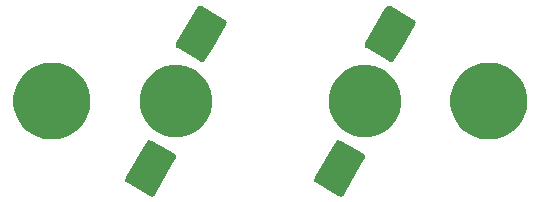
<source format=gts>
G04 #@! TF.GenerationSoftware,KiCad,Pcbnew,(5.1.4)-1*
G04 #@! TF.CreationDate,2020-09-24T22:44:40-04:00*
G04 #@! TF.ProjectId,Headlight Right,48656164-6c69-4676-9874-205269676874,rev?*
G04 #@! TF.SameCoordinates,Original*
G04 #@! TF.FileFunction,Soldermask,Top*
G04 #@! TF.FilePolarity,Negative*
%FSLAX46Y46*%
G04 Gerber Fmt 4.6, Leading zero omitted, Abs format (unit mm)*
G04 Created by KiCad (PCBNEW (5.1.4)-1) date 2020-09-24 22:44:40*
%MOMM*%
%LPD*%
G04 APERTURE LIST*
%ADD10C,0.100000*%
G04 APERTURE END LIST*
D10*
G36*
X124286959Y-103305954D02*
G01*
X124337012Y-103317625D01*
X124389439Y-103341380D01*
X124465305Y-103385181D01*
X124465311Y-103385184D01*
X125801679Y-104156737D01*
X126393612Y-104498489D01*
X126440398Y-104532015D01*
X126475530Y-104569525D01*
X126502665Y-104613163D01*
X126520767Y-104661259D01*
X126529138Y-104711960D01*
X126527457Y-104763320D01*
X126515787Y-104813371D01*
X126492027Y-104865807D01*
X126448229Y-104941667D01*
X126448227Y-104941672D01*
X125340513Y-106860289D01*
X124709926Y-107952498D01*
X124676395Y-107999292D01*
X124638886Y-108034423D01*
X124595248Y-108061558D01*
X124547152Y-108079660D01*
X124496451Y-108088031D01*
X124445091Y-108086350D01*
X124395038Y-108074679D01*
X124342611Y-108050924D01*
X124266745Y-108007123D01*
X124266739Y-108007120D01*
X122414311Y-106937620D01*
X122338438Y-106893815D01*
X122291652Y-106860289D01*
X122256520Y-106822779D01*
X122229385Y-106779141D01*
X122211283Y-106731045D01*
X122202912Y-106680344D01*
X122204593Y-106628984D01*
X122216263Y-106578933D01*
X122240023Y-106526497D01*
X122283821Y-106450637D01*
X122283823Y-106450632D01*
X123978323Y-103515672D01*
X124022124Y-103439806D01*
X124055655Y-103393012D01*
X124093164Y-103357881D01*
X124136802Y-103330746D01*
X124184898Y-103312644D01*
X124235599Y-103304273D01*
X124286959Y-103305954D01*
X124286959Y-103305954D01*
G37*
G36*
X108286959Y-103305954D02*
G01*
X108337012Y-103317625D01*
X108389439Y-103341380D01*
X108465305Y-103385181D01*
X108465311Y-103385184D01*
X109801679Y-104156737D01*
X110393612Y-104498489D01*
X110440398Y-104532015D01*
X110475530Y-104569525D01*
X110502665Y-104613163D01*
X110520767Y-104661259D01*
X110529138Y-104711960D01*
X110527457Y-104763320D01*
X110515787Y-104813371D01*
X110492027Y-104865807D01*
X110448229Y-104941667D01*
X110448227Y-104941672D01*
X109340513Y-106860289D01*
X108709926Y-107952498D01*
X108676395Y-107999292D01*
X108638886Y-108034423D01*
X108595248Y-108061558D01*
X108547152Y-108079660D01*
X108496451Y-108088031D01*
X108445091Y-108086350D01*
X108395038Y-108074679D01*
X108342611Y-108050924D01*
X108266745Y-108007123D01*
X108266739Y-108007120D01*
X106414311Y-106937620D01*
X106338438Y-106893815D01*
X106291652Y-106860289D01*
X106256520Y-106822779D01*
X106229385Y-106779141D01*
X106211283Y-106731045D01*
X106202912Y-106680344D01*
X106204593Y-106628984D01*
X106216263Y-106578933D01*
X106240023Y-106526497D01*
X106283821Y-106450637D01*
X106283823Y-106450632D01*
X107978323Y-103515672D01*
X108022124Y-103439806D01*
X108055655Y-103393012D01*
X108093164Y-103357881D01*
X108136802Y-103330746D01*
X108184898Y-103312644D01*
X108235599Y-103304273D01*
X108286959Y-103305954D01*
X108286959Y-103305954D01*
G37*
G36*
X137634239Y-96811467D02*
G01*
X137948282Y-96873934D01*
X138539926Y-97119001D01*
X139072392Y-97474784D01*
X139525216Y-97927608D01*
X139880999Y-98460074D01*
X140126066Y-99051718D01*
X140126066Y-99051719D01*
X140251000Y-99679803D01*
X140251000Y-100320197D01*
X140188533Y-100634239D01*
X140126066Y-100948282D01*
X139880999Y-101539926D01*
X139525216Y-102072392D01*
X139072392Y-102525216D01*
X138539926Y-102880999D01*
X137948282Y-103126066D01*
X137634239Y-103188533D01*
X137320197Y-103251000D01*
X136679803Y-103251000D01*
X136365761Y-103188533D01*
X136051718Y-103126066D01*
X135460074Y-102880999D01*
X134927608Y-102525216D01*
X134474784Y-102072392D01*
X134119001Y-101539926D01*
X133873934Y-100948282D01*
X133811467Y-100634239D01*
X133749000Y-100320197D01*
X133749000Y-99679803D01*
X133873934Y-99051719D01*
X133873934Y-99051718D01*
X134119001Y-98460074D01*
X134474784Y-97927608D01*
X134927608Y-97474784D01*
X135460074Y-97119001D01*
X136051718Y-96873934D01*
X136365761Y-96811467D01*
X136679803Y-96749000D01*
X137320197Y-96749000D01*
X137634239Y-96811467D01*
X137634239Y-96811467D01*
G37*
G36*
X100634239Y-96811467D02*
G01*
X100948282Y-96873934D01*
X101539926Y-97119001D01*
X102072392Y-97474784D01*
X102525216Y-97927608D01*
X102880999Y-98460074D01*
X103126066Y-99051718D01*
X103126066Y-99051719D01*
X103251000Y-99679803D01*
X103251000Y-100320197D01*
X103188533Y-100634239D01*
X103126066Y-100948282D01*
X102880999Y-101539926D01*
X102525216Y-102072392D01*
X102072392Y-102525216D01*
X101539926Y-102880999D01*
X100948282Y-103126066D01*
X100634239Y-103188533D01*
X100320197Y-103251000D01*
X99679803Y-103251000D01*
X99365761Y-103188533D01*
X99051718Y-103126066D01*
X98460074Y-102880999D01*
X97927608Y-102525216D01*
X97474784Y-102072392D01*
X97119001Y-101539926D01*
X96873934Y-100948282D01*
X96811467Y-100634239D01*
X96749000Y-100320197D01*
X96749000Y-99679803D01*
X96873934Y-99051719D01*
X96873934Y-99051718D01*
X97119001Y-98460074D01*
X97474784Y-97927608D01*
X97927608Y-97474784D01*
X98460074Y-97119001D01*
X99051718Y-96873934D01*
X99365761Y-96811467D01*
X99679803Y-96749000D01*
X100320197Y-96749000D01*
X100634239Y-96811467D01*
X100634239Y-96811467D01*
G37*
G36*
X127389943Y-97066248D02*
G01*
X127945189Y-97296238D01*
X128080082Y-97386371D01*
X128444899Y-97630134D01*
X128869866Y-98055101D01*
X128869867Y-98055103D01*
X129203762Y-98554811D01*
X129433752Y-99110057D01*
X129551000Y-99699501D01*
X129551000Y-100300499D01*
X129433752Y-100889943D01*
X129203762Y-101445189D01*
X129123370Y-101565504D01*
X128869866Y-101944899D01*
X128444899Y-102369866D01*
X128333321Y-102444420D01*
X127945189Y-102703762D01*
X127389943Y-102933752D01*
X126800499Y-103051000D01*
X126199501Y-103051000D01*
X125610057Y-102933752D01*
X125054811Y-102703762D01*
X124666679Y-102444420D01*
X124555101Y-102369866D01*
X124130134Y-101944899D01*
X123876630Y-101565504D01*
X123796238Y-101445189D01*
X123566248Y-100889943D01*
X123449000Y-100300499D01*
X123449000Y-99699501D01*
X123566248Y-99110057D01*
X123796238Y-98554811D01*
X124130133Y-98055103D01*
X124130134Y-98055101D01*
X124555101Y-97630134D01*
X124919918Y-97386371D01*
X125054811Y-97296238D01*
X125610057Y-97066248D01*
X126199501Y-96949000D01*
X126800499Y-96949000D01*
X127389943Y-97066248D01*
X127389943Y-97066248D01*
G37*
G36*
X111389943Y-97066248D02*
G01*
X111945189Y-97296238D01*
X112080082Y-97386371D01*
X112444899Y-97630134D01*
X112869866Y-98055101D01*
X112869867Y-98055103D01*
X113203762Y-98554811D01*
X113433752Y-99110057D01*
X113551000Y-99699501D01*
X113551000Y-100300499D01*
X113433752Y-100889943D01*
X113203762Y-101445189D01*
X113123370Y-101565504D01*
X112869866Y-101944899D01*
X112444899Y-102369866D01*
X112333321Y-102444420D01*
X111945189Y-102703762D01*
X111389943Y-102933752D01*
X110800499Y-103051000D01*
X110199501Y-103051000D01*
X109610057Y-102933752D01*
X109054811Y-102703762D01*
X108666679Y-102444420D01*
X108555101Y-102369866D01*
X108130134Y-101944899D01*
X107876630Y-101565504D01*
X107796238Y-101445189D01*
X107566248Y-100889943D01*
X107449000Y-100300499D01*
X107449000Y-99699501D01*
X107566248Y-99110057D01*
X107796238Y-98554811D01*
X108130133Y-98055103D01*
X108130134Y-98055101D01*
X108555101Y-97630134D01*
X108919918Y-97386371D01*
X109054811Y-97296238D01*
X109610057Y-97066248D01*
X110199501Y-96949000D01*
X110800499Y-96949000D01*
X111389943Y-97066248D01*
X111389943Y-97066248D01*
G37*
G36*
X112554909Y-91913650D02*
G01*
X112604962Y-91925321D01*
X112657389Y-91949076D01*
X112733255Y-91992877D01*
X112733261Y-91992880D01*
X114069629Y-92764433D01*
X114661562Y-93106185D01*
X114708348Y-93139711D01*
X114743480Y-93177221D01*
X114770615Y-93220859D01*
X114788717Y-93268955D01*
X114797088Y-93319656D01*
X114795407Y-93371016D01*
X114783737Y-93421067D01*
X114759977Y-93473503D01*
X114716179Y-93549363D01*
X114716177Y-93549368D01*
X113608463Y-95467985D01*
X112977876Y-96560194D01*
X112944345Y-96606988D01*
X112906836Y-96642119D01*
X112863198Y-96669254D01*
X112815102Y-96687356D01*
X112764401Y-96695727D01*
X112713041Y-96694046D01*
X112662988Y-96682375D01*
X112610561Y-96658620D01*
X112534695Y-96614819D01*
X112534689Y-96614816D01*
X110682261Y-95545316D01*
X110606388Y-95501511D01*
X110559602Y-95467985D01*
X110524470Y-95430475D01*
X110497335Y-95386837D01*
X110479233Y-95338741D01*
X110470862Y-95288040D01*
X110472543Y-95236680D01*
X110484213Y-95186629D01*
X110507973Y-95134193D01*
X110551771Y-95058333D01*
X110551773Y-95058328D01*
X112246273Y-92123368D01*
X112290074Y-92047502D01*
X112323605Y-92000708D01*
X112361114Y-91965577D01*
X112404752Y-91938442D01*
X112452848Y-91920340D01*
X112503549Y-91911969D01*
X112554909Y-91913650D01*
X112554909Y-91913650D01*
G37*
G36*
X128554909Y-91913650D02*
G01*
X128604962Y-91925321D01*
X128657389Y-91949076D01*
X128733255Y-91992877D01*
X128733261Y-91992880D01*
X130069629Y-92764433D01*
X130661562Y-93106185D01*
X130708348Y-93139711D01*
X130743480Y-93177221D01*
X130770615Y-93220859D01*
X130788717Y-93268955D01*
X130797088Y-93319656D01*
X130795407Y-93371016D01*
X130783737Y-93421067D01*
X130759977Y-93473503D01*
X130716179Y-93549363D01*
X130716177Y-93549368D01*
X129608463Y-95467985D01*
X128977876Y-96560194D01*
X128944345Y-96606988D01*
X128906836Y-96642119D01*
X128863198Y-96669254D01*
X128815102Y-96687356D01*
X128764401Y-96695727D01*
X128713041Y-96694046D01*
X128662988Y-96682375D01*
X128610561Y-96658620D01*
X128534695Y-96614819D01*
X128534689Y-96614816D01*
X126682261Y-95545316D01*
X126606388Y-95501511D01*
X126559602Y-95467985D01*
X126524470Y-95430475D01*
X126497335Y-95386837D01*
X126479233Y-95338741D01*
X126470862Y-95288040D01*
X126472543Y-95236680D01*
X126484213Y-95186629D01*
X126507973Y-95134193D01*
X126551771Y-95058333D01*
X126551773Y-95058328D01*
X128246273Y-92123368D01*
X128290074Y-92047502D01*
X128323605Y-92000708D01*
X128361114Y-91965577D01*
X128404752Y-91938442D01*
X128452848Y-91920340D01*
X128503549Y-91911969D01*
X128554909Y-91913650D01*
X128554909Y-91913650D01*
G37*
M02*

</source>
